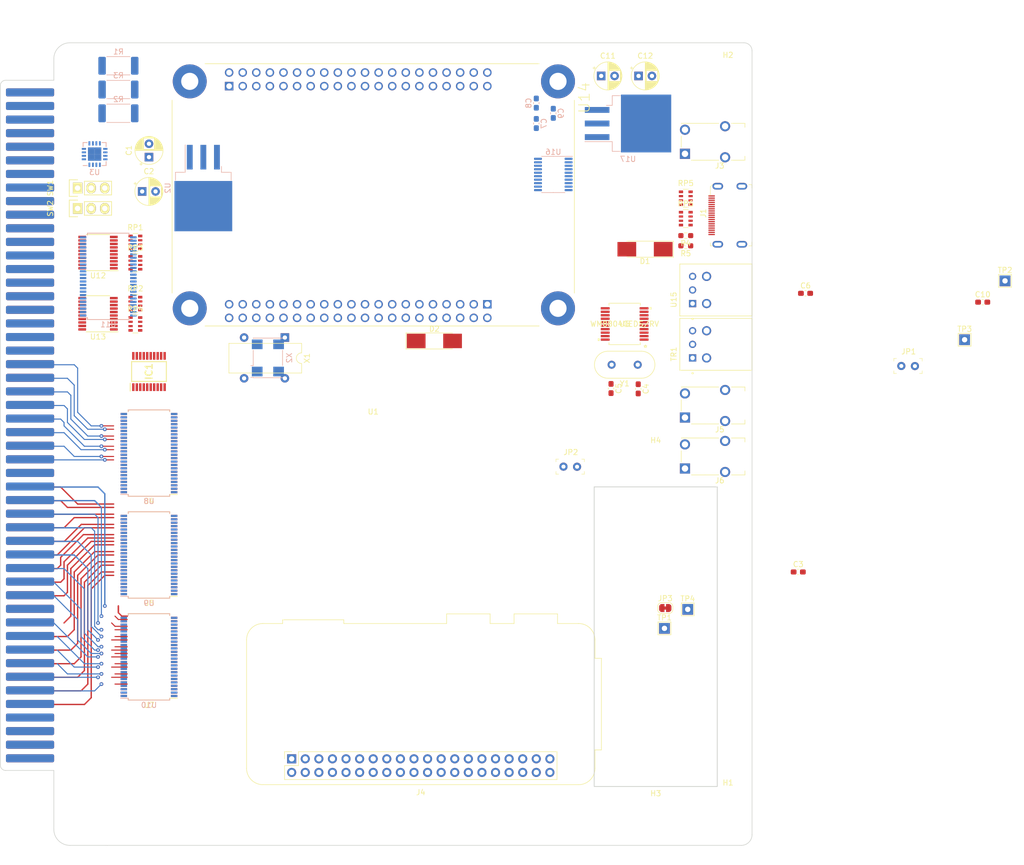
<source format=kicad_pcb>
(kicad_pcb (version 20211014) (generator pcbnew)
  (layers (0 "F.Cu" signal) (1 "In1.Cu" signal) (2 "In2.Cu" signal) (31 "B.Cu" signal) (34 "B.Paste" user) (35 "F.Paste" user) (36 "B.SilkS" user "B.Silkscreen") (37 "F.SilkS" user "F.Silkscreen") (38 "B.Mask" user) (39 "F.Mask" user) (44 "Edge.Cuts" user))
  (net 0 "")
  (net 2 "GND")
  (net 3 "/ExDB0")
  (net 4 "/ExDB1")
  (net 5 "/ExDB2")
  (net 6 "/ExDB3")
  (net 7 "/ExDB4")
  (net 8 "/ExDB5")
  (net 9 "/ExDB6")
  (net 10 "/ExDB7")
  (net 11 "/ExDB8")
  (net 12 "/ExDB9")
  (net 13 "/ExDB10")
  (net 14 "/ExDB11")
  (net 15 "/ExDB12")
  (net 16 "/ExDB13")
  (net 17 "/ExDB14")
  (net 18 "/ExDB15")
  (net 19 "+3V3")
  (net 20 "Net-(C4-Pad1)")
  (net 21 "Net-(C5-Pad1)")
  (net 22 "Net-(C8-Pad1)")
  (net 23 "Net-(C9-Pad1)")
  (net 24 "Net-(C9-Pad2)")
  (net 25 "Net-(C10-Pad1)")
  (net 26 "+3.3VA")
  (net 27 "Net-(D1-Pad1)")
  (net 28 "Net-(D2-Pad1)")
  (net 29 "/iB_AI_CK")
  (net 32 "/iB_AI_OE_U")
  (net 33 "/iB_AI_OE_L")
  (net 36 "/iB_AO_CK_U")
  (net 37 "/iB_AO_CK_L")
  (net 38 "/iB_AO_OE")
  (net 45 "VCC")
  (net 46 "/iB_DI_CK")
  (net 49 "/ExAB1")
  (net 50 "/ExAB2")
  (net 51 "/ExAB3")
  (net 52 "/ExAB4")
  (net 53 "/ExAB5")
  (net 54 "/ExAB6")
  (net 55 "/ExAB7")
  (net 56 "/ExAB8")
  (net 57 "/ExAB9")
  (net 58 "/ExAB10")
  (net 59 "/ExAB11")
  (net 60 "/ExAB12")
  (net 61 "/ExAB13")
  (net 62 "/ExAB14")
  (net 63 "/ExAB15")
  (net 64 "/ExAB16")
  (net 65 "/ExAB17")
  (net 66 "/ExAB18")
  (net 67 "/ExAB19")
  (net 68 "/ExAB20")
  (net 69 "/ExAB21")
  (net 70 "/ExAB22")
  (net 71 "/ExAB23")
  (net 72 "/iB_DI_OE")
  (net 73 "/iB_DO_CK")
  (net 74 "Net-(IC1-Pad12)")
  (net 75 "Net-(IC1-Pad13)")
  (net 76 "/iB_DO_OE")
  (net 77 "/iAS")
  (net 78 "/BUS_MODE0")
  (net 79 "/BUS_MODE1")
  (net 80 "/BUS_MODE2")
  (net 82 "/BUS_MODE3")
  (net 83 "Net-(J1-Pad9)")
  (net 84 "Net-(J1-Pad8)")
  (net 85 "Net-(J1-Pad6)")
  (net 86 "Net-(J1-Pad5)")
  (net 87 "Net-(J1-Pad3)")
  (net 90 "unconnected-(U3-Pad10)")
  (net 93 "unconnected-(U3-Pad9)")
  (net 96 "Net-(R1-Pad1)")
  (net 97 "Net-(R2-Pad1)")
  (net 98 "Net-(R3-Pad1)")
  (net 99 "Net-(R3-Pad2)")
  (net 106 "Net-(J1-Pad2)")
  (net 107 "Net-(J1-Pad11)")
  (net 108 "Net-(J1-Pad12)")
  (net 118 "Net-(J1-Pad15)")
  (net 120 "Net-(J1-Pad16)")
  (net 124 "/I2C_SDA")
  (net 125 "/I2C_SCL")
  (net 126 "/iEXPWON")
  (net 130 "/I2S_BCLK")
  (net 135 "/RasPi_SPI_MOSI")
  (net 136 "/RasPi_SPI_MISO")
  (net 138 "/RasPi_SPI_SCLK")
  (net 139 "/RasPi_SPI_CS0")
  (net 147 "/I2S_LRCK")
  (net 150 "/I2S_DATA")
  (net 152 "/i2C_SCL")
  (net 153 "GNDA")
  (net 154 "+12V")
  (net 155 "Net-(RP1-Pad1)")
  (net 156 "Net-(RP1-Pad2)")
  (net 157 "/iBGACK")
  (net 158 "/iEXREQ")
  (net 159 "/iDTACK")
  (net 160 "/iDONE")
  (net 161 "/iIDDIR")
  (net 162 "/iBR")
  (net 163 "/iIRQ")
  (net 164 "/iEXOWN")
  (net 165 "/iEXPCL")
  (net 166 "/iRW")
  (net 167 "/iUDS")
  (net 168 "/iLDS")
  (net 169 "/HDMI_D2p")
  (net 170 "/HDMI_D2n")
  (net 171 "/HDMI_D1p")
  (net 172 "/HDMI_D1n")
  (net 173 "/HDMI_D0p")
  (net 174 "/HDMI_D0n")
  (net 175 "/HDMI_CLKp")
  (net 176 "/HDMI_CLKn")
  (net 177 "/ExIRQ2")
  (net 178 "Net-(SW1-Pad2)")
  (net 179 "/ExIRQ4")
  (net 180 "/ExIACK2")
  (net 181 "Net-(SW2-Pad2)")
  (net 182 "/ExIACK4")
  (net 183 "Net-(TP4-Pad1)")
  (net 184 "Net-(TR1-Pad1)")
  (net 185 "/ExFC0")
  (net 186 "/ExFC1")
  (net 187 "/ExFC2")
  (net 188 "/ExAS")
  (net 189 "/ExLDS")
  (net 190 "/ExUDS")
  (net 191 "/ExRW")
  (net 192 "-12V")
  (net 193 "/ExDTACK")
  (net 194 "/ExEXRESET")
  (net 195 "/ExEXPWON")
  (net 196 "/ExCLK10M")
  (net 197 "/ExIDDIR")
  (net 198 "/ExHSYNC")
  (net 199 "/ExVSYNC")
  (net 200 "/ExDONE")
  (net 201 "/ExDTC")
  (net 202 "/ExEXREQ")
  (net 203 "/ExEXACK")
  (net 204 "/ExEXPCL")
  (net 205 "/ExEXOWN")
  (net 206 "/ExBR")
  (net 207 "/ExBG")
  (net 208 "/iSB0")
  (net 209 "/iSB1")
  (net 210 "/iSB2")
  (net 211 "/iSB3")
  (net 212 "/iSB4")
  (net 213 "/iSB5")
  (net 214 "/iSB6")
  (net 215 "/iSB7")
  (net 216 "/iSB8")
  (net 217 "/iSB9")
  (net 218 "/iSB10")
  (net 219 "/iSB11")
  (net 220 "/iSB12")
  (net 221 "/iSB13")
  (net 222 "/iSB14")
  (net 223 "/iSB15")
  (net 225 "/I2S_DATA_IN")
  (net 226 "/I2S_MCLK")
  (net 227 "Net-(U15-Pad3)")
  (net 242 "/iCLK10M")
  (net 243 "/iVSYNC")
  (net 244 "/iHSYNC")
  (net 245 "/iDTC")
  (net 246 "/iEXACK")
  (net 247 "/iEXRESET")
  (net 248 "/iIACK")
  (net 249 "/iBG")
  (net 260 "/ExBGACK")
  (net 261 "/I2C_SCK")
  (net 263 "/iPCL")
  (net 264 "/iCLK24M576")
  (net 265 "/FM_CLK4M")
  (net 266 "/FM_RD")
  (net 268 "/FMWR")
  (net 269 "/FM_IRQ")
  (net 270 "/FM_PHY")
  (net 271 "/FM_DAT")
  (net 272 "/FM_LRCK")
  (net 273 "/FM_SCLK")
  (net 274 "/FM_SDATA")
  (net 275 "/MIDI_IN")
  (net 276 "/MIDI_OUT")
  (net 279 "Net-(J3-Pad2)")
  (net 280 "Net-(J3-Pad3)")
  (footprint "MountingHole:MountingHole_2.7mm_M2.5" (layer "F.Cu") (at 152.5 108)
    (fp_text reference "H4")
    (fp_text value "MountingHole")
  )
  (footprint "Crystal:Crystal_HC49-U_Vertical" (layer "F.Cu") (at 149.135 90.17 180)
    (fp_text reference "Y1")
    (fp_text value "12MHz")
  )
  (footprint "Oscillator:Oscillator_SeikoEpson_SG-8002DC" (layer "F.Cu") (at 83.185 85.09 -90)
    (fp_text reference "X1")
    (fp_text value "SG-8002DC(24.576MHz)")
  )
  (footprint "Diode_SMD:D_MELF_Handsoldering" (layer "F.Cu") (at 150.495 68.58 180)
    (fp_text reference "D1")
    (fp_text value "D_Schottky_Small")
  )
  (footprint "MountingHole:MountingHole_3.7mm" (layer "F.Cu") (at 166 173)
    (fp_text reference "H1")
    (fp_text value "MountingHole")
  )
  (footprint "x68000-ext:XDCR_PLT133_T10W" (layer "F.Cu") (at 162.005 76.2 90)
    (fp_text reference "U15")
    (fp_text value "PLR135-T10")
  )
  (footprint "Resistor_SMD:R_0603_1608Metric_Pad0.98x0.95mm_HandSolder" (layer "F.Cu") (at 158.115 67.945 180)
    (fp_text reference "R5")
    (fp_text value "R_US")
  )
  (footprint "Capacitor_SMD:C_0603_1608Metric_Pad1.08x0.95mm_HandSolder" (layer "F.Cu") (at 144.145 94.615 -90)
    (fp_text reference "C5")
    (fp_text value "15pF")
  )
  (footprint "Resistor_SMD:R_Array_Convex_4x0603" (layer "F.Cu") (at 55.245 82.55)
    (fp_text reference "RP4")
    (fp_text value "R_PACK4")
  )
  (footprint "x68000-ext:XDCR_PLT133_T10W" (layer "F.Cu") (at 162.005 86.36 90)
    (fp_text reference "TR1")
    (fp_text value "PLT133/T10W")
  )
  (footprint "Housings_SSOP:TSSOP-20_4.4x6.5mm_Pitch0.65mm" (layer "F.Cu") (at 48.26 80.645 180)
    (fp_text reference "U13")
    (fp_text value "TC7MPB9307F")
  )
  (footprint "Housings_SSOP:SSOP-48_7.5x15.9mm_Pitch0.635mm" (layer "F.Cu") (at 57.785 125.73 180)
    (fp_text reference "U5")
    (fp_text value "74AHC16374")
  )
  (footprint "Diode_SMD:D_MELF_Handsoldering" (layer "F.Cu") (at 111.125 85.725)
    (fp_text reference "D2")
    (fp_text value "D_Schottky_Small")
  )
  (footprint "Pin_Headers:Pin_Header_Straight_1x03" (layer "F.Cu") (at 44.44 57.15 90)
    (fp_text reference "SW1")
    (fp_text value "SWITCH_INV")
  )
  (footprint "Resistor_SMD:R_Array_Convex_4x0603" (layer "F.Cu") (at 158.115 59.055)
    (fp_text reference "RP5")
    (fp_text value "270")
  )
  (footprint "Pin_Headers:Pin_Header_Straight_1x03" (layer "F.Cu") (at 44.44 60.96 90)
    (fp_text reference "SW2")
    (fp_text value "SWITCH_INV")
  )
  (footprint "Resistor_SMD:R_Array_Convex_4x0603" (layer "F.Cu") (at 55.245 78.74)
    (fp_text reference "RP2")
    (fp_text value "R_PACK4")
  )
  (footprint "TestPoint:TestPoint_THTPad_2.0x2.0mm_Drill1.0mm" (layer "F.Cu") (at 158.480225 135.895)
    (fp_text reference "TP4")
    (fp_text value "TestPoint")
  )
  (footprint "x68000-ext:x68000-ext-cardedge" (layer "F.Cu") (at 40 101.5)
    (fp_text reference "U1")
    (fp_text value "Bus-X68000-ext")
    (fp_line (start 0 -68.5) (end 0 -64.5) (layer "Edge.Cuts") (width 0.12))
    (fp_line (start -10 -63.5) (end -10 0) (layer "Edge.Cuts") (width 0.12))
    (fp_line (start 0 -64.5) (end -9 -64.5) (layer "Edge.Cuts") (width 0.12))
    (fp_line (start 3 78.5) (end 10 78.5) (layer "Edge.Cuts") (width 0.12))
    (fp_line (start 0 75.5) (end 0 64.5) (layer "Edge.Cuts") (width 0.12))
    (fp_line (start 0 64.5) (end -9 64.5) (layer "Edge.Cuts") (width 0.12))
    (fp_line (start 130.5 -70) (end 130.5 76.5) (layer "Edge.Cuts") (width 0.12))
    (fp_line (start 3 -71.5) (end 129 -71.5) (layer "Edge.Cuts") (width 0.12))
    (fp_line (start 10 78.5) (end 128.5 78.5) (layer "Edge.Cuts") (width 0.12))
    (fp_line (start -10 63.5) (end -10 0) (layer "Edge.Cuts") (width 0.12))
    (fp_arc (start -10 -63.5) (mid -9.707107 -64.207107) (end -9 -64.5) (layer "Edge.Cuts") (width 0.12))
    (fp_arc (start 130.5 76.5) (mid 129.914214 77.914214) (end 128.5 78.5) (layer "Edge.Cuts") (width 0.12))
    (fp_arc (start 0 -68.5) (mid 0.87868 -70.62132) (end 3 -71.5) (layer "Edge.Cuts") (width 0.12))
    (fp_arc (start 129 -71.5) (mid 130.06066 -71.06066) (end 130.5 -70) (layer "Edge.Cuts") (width 0.12))
    (fp_arc (start 3 78.5) (mid 0.87868 77.62132) (end 0 75.5) (layer "Edge.Cuts") (width 0.12))
    (fp_arc (start -9 64.5) (mid -9.707107 64.207107) (end -10 63.5) (layer "Edge.Cuts") (width 0.12))
  )
  (footprint "digikey-footprints:PinHeader_1x2_P2.54mm" (layer "F.Cu") (at 135.255 109.22)
    (fp_text reference "JP2")
    (fp_text value "Jumper_NC_Small")
  )
  (footprint "Resistor_SMD:R_0603_1608Metric_Pad0.98x0.95mm_HandSolder" (layer "F.Cu") (at 158.115 66.04 180)
    (fp_text reference "R4")
    (fp_text value "R_US")
  )
  (footprint "TestPoint:TestPoint_THTPad_2.0x2.0mm_Drill1.0mm" (layer "F.Cu") (at 217.780225 74.495)
    (fp_text reference "TP2")
    (fp_text value "TestPoint")
  )
  (footprint "Jumper:SolderJumper-2_P1.3mm_Bridged_RoundedPad1.0x1.5mm" (layer "F.Cu") (at 154.280225 135.645)
    (fp_text reference "JP3")
    (fp_text value "Jumper_NC_Small")
  )
  (footprint "Housings_SSOP:TSSOP-20_4.4x6.5mm_Pitch0.65mm" (layer "F.Cu") (at 48.26 69.215 180)
    (fp_text reference "U12")
    (fp_text value "TC7MPB9307F")
  )
  (footprint "x68000-ext:MODULE_P0082_BOTTOMMOUNT" (layer "F.Cu") (at 99.695 58.42 -90)
    (fp_text reference "U14")
    (fp_text value "P0082(DE0-NANO)")
  )
  (footprint "TestPoint:TestPoint_THTPad_2.0x2.0mm_Drill1.0mm" (layer "F.Cu") (at 154.130225 139.445)
    (fp_text reference "TP1")
    (fp_text value "TestPoint")
  )
  (footprint "MountingHole:MountingHole_2.7mm_M2.5" (layer "F.Cu") (at 152.5 174)
    (fp_text reference "H3")
    (fp_text value "MountingHole")
  )
  (footprint "Capacitor_SMD:C_0603_1608Metric_Pad1.08x0.95mm_HandSolder" (layer "F.Cu") (at 179.134888 128.905)
    (fp_text reference "C3")
    (fp_text value "1uF")
  )
  (footprint "digikey-footprints:HDMI_Mini_Female_2001-1-2-21-00-BK" (layer "F.Cu") (at 162.945 62.23 90)
    (fp_text reference "J1")
    (fp_text value "HDMI_C_1.3")
  )
  (footprint "Resistor_SMD:R_Array_Convex_4x0603" (layer "F.Cu") (at 158.115 62.865)
    (fp_text reference "RP6")
    (fp_text value "270")
  )
  (footprint "Capacitor_SMD:C_0603_1608Metric_Pad1.08x0.95mm_HandSolder" (layer "F.Cu") (at 149.225 94.679888 -90)
    (fp_text reference "C4")
    (fp_text value "15pF")
  )
  (footprint "Connector_Audio:Jack_3.5mm_Switronic_ST-005-G_horizontal" (layer "F.Cu") (at 164.465 97.79 180)
    (fp_text reference "J5")
    (fp_text value "Jack_3.5mm_3pin")
  )
  (footprint "x68000-ext:SOP65P640X120-20N" (layer "F.Cu") (at 57.785 91.44 90)
    (fp_text reference "IC1")
    (fp_text value "SLG46826G" hide)
  )
  (footprint "digikey-footprints:PinHeader_1x2_P2.54mm" (layer "F.Cu") (at 198.400225 90.405)
    (fp_text reference "JP1")
    (fp_text value "Jumper_NC_Small")
  )
  (footprint "Capacitor_THT:CP_Radial_D5.0mm_P2.50mm" (layer "F.Cu") (at 142.304888 36.195)
    (fp_text reference "C11")
    (fp_text value "10uF")
  )
  (footprint "Housings_SSOP:SSOP-48_7.5x15.9mm_Pitch0.635mm" (layer "F.Cu") (at 57.785 144.78 180)
    (fp_text reference "U7")
    (fp_text value "74AHC16374")
  )
  (footprint "Connector_Audio:Jack_3.5mm_Switronic_ST-005-G_horizontal" (layer "F.Cu") (at 164.465 48.5 180)
    (fp_text reference "J3")
    (fp_text value "Jack_3.5mm_3pin")
  )
  (footprint "Resistor_SMD:R_Array_Convex_4x0603" (layer "F.Cu") (at 55.245 67.31)
    (fp_text reference "RP1")
    (fp_text value "R_PACK4")
  )
  (footprint "Connector_Audio:Jack_3.5mm_Switronic_ST-005-G_horizontal" (layer "F.Cu") (at 164.465 107.315 180)
    (fp_text reference "J6")
    (fp_text value "Jack_3.5mm_3pin")
  )
  (footprint "TestPoint:TestPoint_THTPad_2.0x2.0mm_Drill1.0mm" (layer "F.Cu") (at 210.230225 85.495)
    (fp_text reference "TP3")
    (fp_text value "TestPoint")
  )
  (footprint "Capacitor_THT:CP_Radial_D5.0mm_P2.50mm" (layer "F.Cu") (at 57.785 51.370113 90)
    (fp_text reference "C1")
    (fp_text value "10uF")
  )
  (footprint "Capacitor_SMD:C_0603_1608Metric_Pad1.08x0.95mm_HandSolder" (layer "F.Cu") (at 180.500225 76.825)
    (fp_text reference "C6")
    (fp_text value "0.1uF")
  )
  (footprint "Module:Raspberry_Pi_Zero_Socketed_THT_FaceDown_MountingHoles" (layer "F.Cu") (at 84.455 163.83 90)
    (fp_text reference "J4")
    (fp_text value "RasPI_IO_Header_B+")
  )
  (footprint "x68000-ext:WM8804GEDS&slash_RV" (layer "F.Cu") (at 146.685 82.55 180)
    (fp_text reference "U6")
    (fp_text value "WM8804GEDS/RV")
  )
  (footprint "Housings_SSOP:SSOP-48_7.5x15.9mm_Pitch0.635mm" (layer "F.Cu") (at 57.785 106.68 180)
    (fp_text reference "U4")
    (fp_text value "74AHC16374")
  )
  (footprint "Capacitor_THT:CP_Radial_D5.0mm_P2.50mm" (layer "F.Cu") (at 149.289888 36.195)
    (fp_text reference "C12")
    (fp_text value "100uF")
  )
  (footprint "Capacitor_THT:CP_Radial_D5.0mm_P2.50mm" (layer "F.Cu") (at 56.515 57.785)
    (fp_text reference "C2")
    (fp_text value "100uF")
  )
  (footprint "Capacitor_SMD:C_0603_1608Metric_Pad1.08x0.95mm_HandSolder" (layer "F.Cu") (at 213.610225 78.475)
    (fp_text reference "C10")
    (fp_text value "0.1uF")
  )
  (footprint "MountingHole:MountingHole_3.7mm" (layer "F.Cu") (at 166 37)
    (fp_text reference "H2")
    (fp_text value "MountingHole")
  )
  (footprint "Resistor_SMD:R_Array_Convex_4x0603" (layer "F.Cu") (at 55.245 71.12)
    (fp_text reference "RP3")
    (fp_text value "R_PACK4")
  )
  (footprint "Housings_SSOP:SSOP-48_7.5x15.9mm_Pitch0.635mm" (layer "B.Cu") (at 57.785 144.78)
    (fp_text reference "U10")
    (fp_text value "74AHC16374")
  )
  (footprint "Housings_SSOP:SSOP-48_7.5x15.9mm_Pitch0.635mm" (layer "B.Cu") (at 50.165 73.66)
    (fp_text reference "U11")
    (fp_text value "74LVTH162245")
  )
  (footprint "Resistor_SMD:R_2512_6332Metric_Pad1.40x3.35mm_HandSolder" (layer "B.Cu") (at 52.07 43.18 180)
    (fp_text reference "R2")
    (fp_text value "R100 (0.1Ω)")
  )
  (footprint "Capacitor_SMD:C_0603_1608Metric_Pad1.08x0.95mm_HandSolder" (layer "B.Cu") (at 133.35 43.18 90)
    (fp_text reference "C9")
    (fp_text value "2.2uF")
  )
  (footprint "Oscillator:Oscillator_SMD_Abracon_ASV-4Pin_7.0x5.1mm" (layer "B.Cu") (at 80.01 88.9 90)
    (fp_text reference "X2")
    (fp_text value "ASV-xxxMHz")
  )
  (footprint "Housings_SSOP:SSOP-48_7.5x15.9mm_Pitch0.635mm" (layer "B.Cu") (at 57.785 125.73)
    (fp_text reference "U9")
    (fp_text value "74AHC16374")
  )
  (footprint "Housings_SSOP:SSOP-48_7.5x15.9mm_Pitch0.635mm" (layer "B.Cu") (at 57.785 106.68)
    (fp_text reference "U8")
    (fp_text value "74AHC16374")
  )
  (footprint "Package_TO_SOT_SMD:TO-263-3_TabPin2" (layer "B.Cu") (at 147.32 45.085)
    (fp_text reference "U17")
    (fp_text value "LT1117-3.3")
  )
  (footprint "Package_SO:TSSOP-20_4.4x6.5mm_P0.65mm" (layer "B.Cu") (at 133.35 54.61 180)
    (fp_text reference "U16")
    (fp_text value "PCM5102")
  )
  (footprint "Housings_DFN_QFN:QFN-16-1EP_4x4mm_Pitch0.65mm" (layer "B.Cu") (at 47.625 50.8)
    (fp_text reference "U3")
    (fp_text value "INA3221")
  )
  (footprint "Capacitor_SMD:C_0603_1608Metric_Pad1.08x0.95mm_HandSolder" (layer "B.Cu") (at 130.175 41.275 -90)
    (fp_text reference "C8")
    (fp_text value "2.2uF")
  )
  (footprint "Resistor_SMD:R_2512_6332Metric_Pad1.40x3.35mm_HandSolder" (layer "B.Cu") (at 52.07 38.735 180)
    (fp_text reference "R3")
    (fp_text value "R100 (0.1Ω)")
  )
  (footprint "Capacitor_SMD:C_0603_1608Metric_Pad1.08x0.95mm_HandSolder" (layer "B.Cu") (at 130.175 45.085 90)
    (fp_text reference "C7")
    (fp_text value "0.1uF")
  )
  (footprint "Package_TO_SOT_SMD:TO-263-3_TabPin2" (layer "B.Cu") (at 67.945 57.15 -90)
    (fp_text reference "U2")
    (fp_text value "LT1117-3.3")
  )
  (footprint "Resistor_SMD:R_2512_6332Metric_Pad1.40x3.35mm_HandSolder" (layer "B.Cu") (at 52.07 34.29 180)
    (fp_text reference "R1")
    (fp_text value "R100 (0.1Ω)")
  )
  (gr_rect (start 164 169) (end 141 113) (layer "Edge.Cuts") (width 0.15) (fill none))
  (segment (start 44.45 116.205) (end 41.275 113.03) (width 0.25) (layer "F.Cu") (net 2))
  (segment (start 41.275 113.03) (end 36.195 113.03) (width 0.25) (layer "F.Cu") (net 2))
  (segment (start 51.18 116.205) (end 44.45 116.205) (width 0.25) (layer "F.Cu") (net 2))
  (via (at 48.26 144.78) (size 0.7) (drill 0.3) (layers "F.Cu" "B.Cu") (net 2))
  (via (at 49.53 135.255) (size 0.7) (drill 0.3) (layers "F.Cu" "B.Cu") (net 2))
  (segment (start 48.26 144.78) (end 46.355 144.78) (width 0.2) (layer "B.Cu") (net 2))
  (segment (start 49.53 114.3) (end 49.53 135.255) (width 0.25) (layer "B.Cu") (net 2))
  (segment (start 46.355 144.78) (end 43.815 142.24) (width 0.2) (layer "B.Cu") (net 2))
  (segment (start 48.26 113.03) (end 49.53 114.3) (width 0.25) (layer "B.Cu") (net 2))
  (segment (start 33.655 113.03) (end 48.26 113.03) (width 0.25) (layer "B.Cu") (net 2))
  (segment (start 40.005 138.43) (end 43.815 142.24) (width 0.2) (layer "B.Cu") (net 2))
  (segment (start 46.99 152.4) (end 45.72 153.67) (width 0.25) (layer "F.Cu") (net 4))
  (segment (start 45.72 153.67) (end 36.195 153.67) (width 0.25) (layer "F.Cu") (net 4))
  (segment (start 46.99 132.08) (end 46.99 152.4) (width 0.25) (layer "F.Cu") (net 4))
  (segment (start 49.53 129.54) (end 46.99 132.08) (width 0.25) (layer "F.Cu") (net 4))
  (segment (start 51.18 129.54) (end 49.53 129.54) (width 0.25) (layer "F.Cu") (net 4))
  (segment (start 46.355 149.86) (end 45.085 151.13) (width 0.25) (layer "F.Cu") (net 5))
  (segment (start 46.355 131.445) (end 46.355 149.86) (width 0.25) (layer "F.Cu") (net 5))
  (segment (start 48.895 128.905) (end 46.355 131.445) (width 0.25) (layer "F.Cu") (net 5))
  (segment (start 45.085 151.13) (end 36.195 151.13) (width 0.25) (layer "F.Cu") (net 5))
  (segment (start 51.18 128.905) (end 48.895 128.905) (width 0.25) (layer "F.Cu") (net 5))
  (segment (start 48.895 127.635) (end 51.18 127.635) (width 0.25) (layer "F.Cu") (net 6))
  (segment (start 45.72 130.81) (end 48.895 127.635) (width 0.25) (layer "F.Cu") (net 6))
  (segment (start 36.195 148.59) (end 44.45 148.59) (width 0.25) (layer "F.Cu") (net 6))
  (segment (start 44.45 148.59) (end 45.72 147.32) (width 0.25) (layer "F.Cu") (net 6))
  (segment (start 45.72 147.32) (end 45.72 130.81) (width 0.25) (layer "F.Cu") (net 6))
  (segment (start 36.195 146.05) (end 43.815 146.05) (width 0.25) (layer "F.Cu") (net 7))
  (segment (start 45.085 130.175) (end 48.26 127) (width 0.25) (layer "F.Cu") (net 7))
  (segment (start 45.085 144.78) (end 45.085 130.175) (width 0.25) (layer "F.Cu") (net 7))
  (segment (start 48.26 127) (end 51.18 127) (width 0.25) (layer "F.Cu") (net 7))
  (segment (start 43.815 146.05) (end 45.085 144.78) (width 0.25) (layer "F.Cu") (net 7))
  (segment (start 43.18 143.51) (end 44.45 142.24) (width 0.25) (layer "F.Cu") (net 8))
  (segment (start 48.26 125.73) (end 51.18 125.73) (width 0.25) (layer "F.Cu") (net 8))
  (segment (start 44.45 129.54) (end 48.26 125.73) (width 0.25) (layer "F.Cu") (net 8))
  (segment (start 44.45 142.24) (end 44.45 129.54) (width 0.25) (layer "F.Cu") (net 8))
  (segment (start 36.195 143.51) (end 43.18 143.51) (width 0.25) (layer "F.Cu") (net 8))
  (segment (start 47.625 125.095) (end 51.18 125.095) (width 0.25) (layer "F.Cu") (net 9))
  (segment (start 43.815 139.7) (end 43.815 128.905) (width 0.25) (layer "F.Cu") (net 9))
  (segment (start 43.815 128.905) (end 47.625 125.095) (width 0.25) (layer "F.Cu") (net 9))
  (segment (start 42.545 140.97) (end 43.815 139.7) (width 0.25) (layer "F.Cu") (net 9))
  (segment (start 36.195 140.97) (end 42.545 140.97) (width 0.25) (layer "F.Cu") (net 9))
  (segment (start 42.545 127.635) (end 46.99 123.19) (width 0.25) (layer "F.Cu") (net 11))
  (segment (start 46.99 123.19) (end 51.18 123.19) (width 0.25) (layer "F.Cu") (net 11))
  (segment (start 41.91 133.35) (end 42.545 132.715) (width 0.25) (layer "F.Cu") (net 11))
  (segment (start 36.195 133.35) (end 41.91 133.35) (width 0.25) (layer "F.Cu") (net 11))
  (segment (start 42.545 132.715) (end 42.545 127.635) (width 0.25) (layer "F.Cu") (net 11))
  (segment (start 41.91 130.175) (end 41.91 127) (width 0.25) (layer "F.Cu") (net 12))
  (segment (start 41.91 127) (end 46.355 122.555) (width 0.25) (layer "F.Cu") (net 12))
  (segment (start 41.275 130.81) (end 41.91 130.175) (width 0.25) (layer "F.Cu") (net 12))
  (segment (start 36.195 130.81) (end 41.275 130.81) (width 0.25) (layer "F.Cu") (net 12))
  (segment (start 46.355 122.555) (end 51.18 122.555) (width 0.25) (layer "F.Cu") (net 12))
  (segment (start 40.64 128.27) (end 36.195 128.27) (width 0.25) (layer "F.Cu") (net 13))
  (segment (start 45.538204 121.92) (end 41.275 126.183204) (width 0.25) (layer "F.Cu") (net 13))
  (segment (start 41.275 126.183204) (end 41.275 127.635) (width 0.25) (layer "F.Cu") (net 13))
  (segment (start 51.18 121.92) (end 45.538204 121.92) (width 0.25) (layer "F.Cu") (net 13))
  (segment (start 41.275 127.635) (end 40.64 128.27) (width 0.25) (layer "F.Cu") (net 13))
  (segment (start 40.640718 125.73) (end 36.195 125.73) (width 0.25) (layer "F.Cu") (net 14))
  (segment (start 51.18 120.65) (end 45.720718 120.65) (width 0.25) (layer "F.Cu") (net 14))
  (segment (start 45.720718 120.65) (end 40.640718 125.73) (width 0.25) (layer "F.Cu") (net 14))
  (segment (start 45.138375 120.015) (end 41.963375 123.19) (width 0.25) (layer "F.Cu") (net 15))
  (segment (start 51.18 120.015) (end 45.138375 120.015) (width 0.25) (layer "F.Cu") (net 15))
  (segment (start 41.963375 123.19) (end 36.195 123.19) (width 0.25) (layer "F.Cu") (net 15))
  (segment (start 51.18 118.745) (end 43.815 118.745) (width 0.25) (layer "F.Cu") (net 16))
  (segment (start 43.18 137.16) (end 43.18 128.27) (width 0.25) (layer "F.Cu") (net 16))
  (segment (start 43.18 128.27) (end 47.625 123.825) (width 0.25) (layer "F.Cu") (net 16))
  (segment (start 43.815 118.745) (end 41.91 120.65) (width 0.25) (layer "F.Cu") (net 16))
  (segment (start 47.625 123.825) (end 51.18 123.825) (width 0.25) (layer "F.Cu") (net 16))
  (segment (start 41.91 138.43) (end 43.18 137.16) (width 0.25) (layer "F.Cu") (net 16))
  (segment (start 41.91 120.65) (end 36.195 120.65) (width 0.25) (layer "F.Cu") (net 16))
  (segment (start 51.18 118.11) (end 36.195 118.11) (width 0.25) (layer "F.Cu") (net 17))
  (segment (start 36.5125 117.7925) (end 36.195 118.11) (width 0.25) (layer "F.Cu") (net 17))
  (segment (start 41.275 115.57) (end 36.195 115.57) (width 0.25) (layer "F.Cu") (net 18))
  (segment (start 42.545 116.84) (end 41.275 115.57) (width 0.25) (layer "F.Cu") (net 18))
  (segment (start 51.18 116.84) (end 42.545 116.84) (width 0.25) (layer "F.Cu") (net 18))
  (segment (start 53.72 144.145) (end 51.435 144.145) (width 0.2) (layer "F.Cu") (net 45))
  (segment (start 52.07 136.525) (end 52.705 137.16) (width 0.25) (layer "F.Cu") (net 46))
  (segment (start 52.705 137.16) (end 53.72 137.16) (width 0.25) (layer "F.Cu") (net 46))
  (segment (start 52.07 135.255) (end 52.07 136.525) (width 0.25) (layer "F.Cu") (net 46))
  (segment (start 52.07 136.36) (end 52.07 135.255) (width 0.25) (layer "F.Cu") (net 46))
  (segment (start 53.72 137.16) (end 52.87 137.16) (width 0.25) (layer "F.Cu") (net 46))
  (segment (start 53.72 149.86) (end 51.435 149.86) (width 0.2) (layer "F.Cu") (net 49))
  (segment (start 53.72 148.59) (end 50.8 148.59) (width 0.2) (layer "F.Cu") (net 50))
  (via (at 48.895 149.86) (size 0.7) (drill 0.3) (layers "F.Cu" "B.Cu") (net 50))
  (segment (start 48.895 149.86) (end 47.625 151.13) (width 0.2) (layer "B.Cu") (net 50))
  (segment (start 47.625 151.13) (end 33.655 151.13) (width 0.2) (layer "B.Cu") (net 50))
  (segment (start 53.72 147.955) (end 51.435 147.955) (width 0.2) (layer "F.Cu") (net 51))
  (via (at 48.895 147.955) (size 0.7) (drill 0.3) (layers "F.Cu" "B.Cu") (net 51))
  (via (at 48.26 148.59) (size 0.7) (drill 0.3) (layers "F.Cu" "B.Cu") (net 51))
  (segment (start 48.895 147.955) (end 42.545 147.955) (width 0.2) (layer "B.Cu") (net 51))
  (segment (start 48.26 148.59) (end 36.195 148.59) (width 0.2) (layer "B.Cu") (net 51))
  (segment (start 42.545 147.955) (end 40.64 146.05) (width 0.2) (layer "B.Cu") (net 51))
  (segment (start 53.72 146.685) (end 50.8 146.685) (width 0.2) (layer "F.Cu") (net 52))
  (via (at 48.26 146.685) (size 0.7) (drill 0.3) (layers "F.Cu" "B.Cu") (net 52))
  (segment (start 43.815 146.685) (end 40.64 143.51) (width 0.2) (layer "B.Cu") (net 52))
  (segment (start 48.26 146.685) (end 43.815 146.685) (width 0.2) (layer "B.Cu") (net 52))
  (segment (start 53.72 146.05) (end 51.435 146.05) (width 0.2) (layer "F.Cu") (net 53))
  (via (at 48.895 146.05) (size 0.7) (drill 0.3) (layers "F.Cu" "B.Cu") (net 53))
  (segment (start 48.895 146.05) (end 45.72 146.05) (width 0.2) (layer "B.Cu") (net 53))
  (segment (start 45.72 146.05) (end 40.64 140.97) (width 0.2) (layer "B.Cu") (net 53))
  (via (at 48.895 144.145) (size 0.7) (drill 0.3) (layers "F.Cu" "B.Cu") (net 56))
  (segment (start 44.45 137.795) (end 44.45 141.605) (width 0.2) (layer "B.Cu") (net 56))
  (segment (start 48.895 144.145) (end 46.99 144.145) (width 0.2) (layer "B.Cu") (net 56))
  (segment (start 40.005 133.35) (end 44.45 137.795) (width 0.2) (layer "B.Cu") (net 56))
  (segment (start 46.99 144.145) (end 44.45 141.605) (width 0.2) (layer "B.Cu") (net 56))
  (via (at 48.26 143.51) (size 0.7) (drill 0.3) (layers "F.Cu" "B.Cu") (net 57))
  (segment (start 45.085 135.89) (end 40.005 130.81) (width 0.2) (layer "B.Cu") (net 57))
  (segment (start 48.26 143.51) (end 47.625 143.51) (width 0.2) (layer "B.Cu") (net 57))
  (segment (start 45.085 140.97) (end 45.085 135.89) (width 0.2) (layer "B.Cu") (net 57))
  (segment (start 47.625 143.51) (end 45.085 140.97) (width 0.2) (layer "B.Cu") (net 57))
  (segment (start 53.72 141.605) (end 50.8 141.605) (width 0.2) (layer "F.Cu") (net 58))
  (via (at 48.895 142.875) (size 0.7) (drill 0.3) (layers "F.Cu" "B.Cu") (net 58))
  (segment (start 48.895 142.875) (end 48.26 142.875) (width 0.2) (layer "B.Cu") (net 58))
  (segment (start 45.72 140.335) (end 45.72 132.08) (width 0.2) (layer "B.Cu") (net 58))
  (segment (start 41.91 128.27) (end 33.655 128.27) (width 0.2) (layer "B.Cu") (net 58))
  (segment (start 48.26 142.875) (end 45.72 140.335) (width 0.2) (layer "B.Cu") (net 58))
  (segment (start 45.72 132.08) (end 41.91 128.27) (width 0.2) (layer "B.Cu") (net 58))
  (segment (start 53.72 140.97) (end 51.435 140.97) (width 0.2) (layer "F.Cu") (net 59))
  (via (at 48.26 141.605) (size 0.7) (drill 0.3) (layers "F.Cu" "B.Cu") (net 59))
  (segment (start 46.355 128.27) (end 44.45 126.365) (width 0.2) (layer "B.Cu") (net 59))
  (segment (start 46.355 139.7) (end 46.355 128.27) (width 0.2) (layer "B.Cu") (net 59))
  (segment (start 48.26 141.605) (end 46.355 139.7) (width 0.2) (layer "B.Cu") (net 59))
  (segment (start 43.815 125.73) (end 33.655 125.73) (width 0.25) (layer "B.Cu") (net 59))
  (segment (start 44.45 126.365) (end 43.815 125.73) (width 0.25) (layer "B.Cu") (net 59))
  (segment (start 53.72 139.7) (end 51.435 139.7) (width 0.2) (layer "F.Cu") (net 60))
  (via (at 48.895 140.97) (size 0.7) (drill 0.3) (layers "F.Cu" "B.Cu") (net 60))
  (segment (start 46.99 133.35) (end 46.99 125.73) (width 0.2) (layer "B.Cu") (net 60))
  (segment (start 44.45 123.19) (end 33.655 123.19) (width 0.25) (layer "B.Cu") (net 60))
  (segment (start 46.99 138.43) (end 46.99 133.35) (width 0.2) (layer "B.Cu") (net 60))
  (segment (start 48.895 140.97) (end 46.99 139.065) (width 0.2) (layer "B.Cu") (net 60))
  (segment (start 46.99 139.065) (end 46.99 138.43) (width 0.2) (layer "B.Cu") (net 60))
  (segment (start 46.99 125.73) (end 44.45 123.19) (width 0.2) (layer "B.Cu") (net 60))
  (segment (start 51.435 139.065) (end 50.8 138.43) (width 0.2) (layer "F.Cu") (net 61))
  (segment (start 53.72 139.065) (end 51.435 139.065) (width 0.2) (layer "F.Cu") (net 61))
  (via (at 48.895 139.7) (size 0.7) (drill 0.3) (layers "F.Cu" "B.Cu") (net 61))
  (segment (start 47.625 121.285) (end 46.99 120.65) (width 0.2) (layer "B.Cu") (net 61))
  (segment (start 47.625 139.065) (end 47.625 121.285) (width 0.2) (layer "B.Cu") (net 61))
  (segment (start 33.655 120.65) (end 45.085 120.65) (width 0.25) (layer "B.Cu") (net 61))
  (segment (start 48.895 139.7) (end 48.26 139.7) (width 0.2) (layer "B.Cu") (net 61))
  (segment (start 48.26 139.7) (end 47.625 139.065) (width 0.2) (layer "B.Cu") (net 61))
  (segment (start 46.99 120.65) (end 45.085 120.65) (width 0.2) (layer "B.Cu") (net 61))
  (segment (start 52.07 137.795) (end 53.72 137.795) (width 0.2) (layer "F.Cu") (net 62))
  (segment (start 51.435 137.16) (end 52.07 137.795) (width 0.2) (layer "F.Cu") (net 62))
  (via (at 48.26 138.43) (size 0.7) (drill 0.3) (layers "F.Cu" "B.Cu") (net 62))
  (segment (start 48.26 118.745) (end 47.625 118.11) (width 0.2) (layer "B.Cu") (net 62))
  (segment (start 48.26 138.43) (end 48.26 118.745) (width 0.2) (layer "B.Cu") (net 62))
  (segment (start 33.655 118.11) (end 46.355 118.11) (width 0.25) (layer "B.Cu") (net 62))
  (segment (start 47.625 118.11) (end 46.355 118.11) (width 0.2) (layer "B.Cu") (net 62))
  (via (at 48.895 137.16) (size 0.7) (drill 0.3) (layers "F.Cu" "B.Cu") (net 63))
  (segment (start 33.655 115.57) (end 47.625 115.57) (width 0.25) (layer "B.Cu") (net 63))
  (segment (start 48.895 116.84) (end 47.625 115.57) (width 0.2) (layer "B.Cu") (net 63))
  (segment (start 47.625 115.57) (end 48.26 116.205) (width 0.25) (layer "B.Cu") (net 63))
  (segment (start 48.895 137.16) (end 48.895 116.84) (width 0.2) (layer "B.Cu") (net 63))
  (segment (start 51.18 107.95) (end 49.53 107.95) (width 0.2) (layer "F.Cu") (net 65))
  (via (at 49.53 107.95) (size 0.7) (drill 0.3) (layers "F.Cu" "B.Cu") (net 65))
  (segment (start 49.53 107.95) (end 36.195 107.95) (width 0.2) (layer "B.Cu") (net 65))
  (segment (start 51.18 107.315) (end 48.895 107.315) (width 0.2) (layer "F.Cu") (net 66))
  (via (at 48.895 107.315) (size 0.7) (drill 0.3) (layers "F.Cu" "B.Cu") (net 66))
  (segment (start 41.91 105.41) (end 36.195 105.41) (width 0.2) (layer "B.Cu") (net 66))
  (segment (start 48.895 107.315) (end 43.815 107.315) (width 0.2) (layer "B.Cu") (net 66))
  (segment (start 43.815 107.315) (end 41.91 105.41) (width 0.2) (layer "B.Cu") (net 66))
  (segment (start 51.18 106.045) (end 49.53 106.045) (width 0.2) (layer "F.Cu") (net 67))
  (via (at 49.53 106.045) (size 0.7) (drill 0.3) (layers "F.Cu" "B.Cu") (net 67))
  (segment (start 45.085 106.045) (end 41.91 102.87) (width 0.2) (layer "B.Cu") (net 67))
  (segment (start 49.53 106.045) (end 45.085 106.045) (width 0.2) (layer "B.Cu") (net 67))
  (segment (start 41.91 102.87) (end 36.195 102.87) (width 0.2) (layer "B.Cu") (net 67))
  (segment (start 51.18 105.41) (end 48.895 105.41) (width 0.2) (layer "F.Cu") (net 68))
  (via (at 48.895 105.41) (size 0.7) (drill 0.3) (layers "F.Cu" "B.Cu") (net 68))
  (segment (start 41.91 100.965) (end 41.275 100.33) (width 0.2) (layer "B.Cu") (net 68))
  (segment (start 45.72 105.41) (end 41.91 101.6) (width 0.2) (layer "B.Cu") (net 68))
  (segment (start 41.91 101.6) (end 41.91 100.965) (width 0.2) (layer "B.Cu") (net 68))
  (segment (start 41.275 100.33) (end 36.195 100.33) (width 0.2) (layer "B.Cu") (net 68))
  (segment (start 48.895 105.41) (end 45.72 105.41) (width 0.2) (layer "B.Cu") (net 68))
  (segment (start 51.18 104.14) (end 49.53 104.14) (width 0.2) (layer "F.Cu") (net 69))
  (via (at 49.53 104.14) (size 0.7) (drill 0.3) (layers "F.Cu" "B.Cu") (net 69))
  (segment (start 42.545 98.425) (end 41.91 97.79) (width 0.2) (layer "B.Cu") (net 69))
  (segment (start 45.72 104.14) (end 42.545 100.965) (width 0.2) (layer "B.Cu") (net 69))
  (segment (start 42.545 100.965) (end 42.545 98.425) (width 0.2) (layer "B.Cu") (net 69))
  (segment (start 49.53 104.14) (end 45.72 104.14) (width 0.2) (layer "B.Cu") (net 69))
  (segment (start 41.91 97.79) (end 36.195 97.79) (width 0.2) (layer "B.Cu") (net 69))
  (segment (start 51.18 103.505) (end 48.895 103.505) (width 0.2) (layer "F.Cu") (net 70))
  (via (at 48.895 103.505) (size 0.7) (drill 0.3) (layers "F.Cu" "B.Cu") (net 70))
  (segment (start 48.895 103.505) (end 46.355 103.505) (width 0.2) (layer "B.Cu") (net 70))
  (segment (start 42.545 95.25) (end 36.195 95.25) (width 0.2) (layer "B.Cu") (net 70))
  (segment (start 43.18 100.33) (end 43.18 95.885) (width 0.2) (layer "B.Cu") (net 70))
  (segment (start 43.18 95.885) (end 42.545 95.25) (width 0.2) (layer "B.Cu") (net 70))
  (segment (start 46.355 103.505) (end 43.18 100.33) (width 0.2) (layer "B.Cu") (net 70))
  (segment (start 51.18 102.235) (end 49.53 102.235) (width 0.2) (layer "F.Cu") (net 71))
  (via (at 49.53 102.235) (size 0.7) (drill 0.3) (layers "F.Cu" "B.Cu") (net 71))
  (segment (start 43.815 99.695) (end 43.815 93.98) (width 0.2) (layer "B.Cu") (net 71))
  (segment (start 42.545 92.71) (end 36.195 92.71) (width 0.2) (layer "B.Cu") (net 71))
  (segment (start 46.355 102.235) (end 43.815 99.695) (width 0.2) (layer "B.Cu") (net 71))
  (segment (start 43.815 93.98) (end 42.545 92.71) (width 0.2) (layer "B.Cu") (net 71))
  (segment (start 49.53 102.235) (end 46.355 102.235) (width 0.2) (layer "B.Cu") (net 71))
  (segment (start 53.72 143.51) (end 50.8 143.51) (width 0.2) (layer "F.Cu") (net 90))
  (segment (start 53.72 142.875) (end 51.435 142.875) (width 0.2) (layer "F.Cu") (net 93))
  (segment (start 53.72 144.78) (end 50.8 144.78) (width 0.2) (layer "F.Cu") (net 96))
  (segment (start 51.18 101.6) (end 48.895 101.6) (width 0.2) (layer "F.Cu") (net 197))
  (via (at 48.895 101.6) (size 0.7) (drill 0.3) (layers "F.Cu" "B.Cu") (net 197))
  (segment (start 48.895 101.6) (end 46.99 101.6) (width 0.2) (layer "B.Cu") (net 197))
  (segment (start 44.45 90.805) (end 43.815 90.17) (width 0.2) (layer "B.Cu") (net 197))
  (segment (start 43.815 90.17) (end 36.195 90.17) (width 0.2) (layer "B.Cu") (net 197))
  (segment (start 44.45 99.06) (end 44.45 90.805) (width 0.2) (layer "B.Cu") (net 197))
  (segment (start 46.99 101.6) (end 44.45 99.06) (width 0.2) (layer "B.Cu") (net 197))
)
</source>
